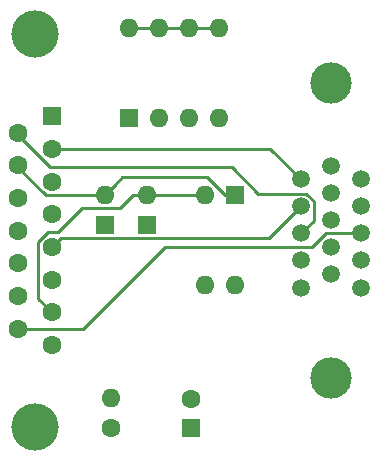
<source format=gbr>
G04 #@! TF.GenerationSoftware,KiCad,Pcbnew,5.0.2+dfsg1-1~bpo9+1*
G04 #@! TF.CreationDate,2021-10-31T12:26:06+01:00*
G04 #@! TF.ProjectId,MAC-VGA,4d41432d-5647-4412-9e6b-696361645f70,rev?*
G04 #@! TF.SameCoordinates,Original*
G04 #@! TF.FileFunction,Copper,L1,Top*
G04 #@! TF.FilePolarity,Positive*
%FSLAX46Y46*%
G04 Gerber Fmt 4.6, Leading zero omitted, Abs format (unit mm)*
G04 Created by KiCad (PCBNEW 5.0.2+dfsg1-1~bpo9+1) date Sun Oct 31 12:26:06 2021*
%MOMM*%
%LPD*%
G01*
G04 APERTURE LIST*
G04 #@! TA.AperFunction,ComponentPad*
%ADD10O,1.600000X1.600000*%
G04 #@! TD*
G04 #@! TA.AperFunction,ComponentPad*
%ADD11R,1.600000X1.600000*%
G04 #@! TD*
G04 #@! TA.AperFunction,ComponentPad*
%ADD12C,1.600000*%
G04 #@! TD*
G04 #@! TA.AperFunction,ComponentPad*
%ADD13C,4.000000*%
G04 #@! TD*
G04 #@! TA.AperFunction,ComponentPad*
%ADD14C,1.500000*%
G04 #@! TD*
G04 #@! TA.AperFunction,ComponentPad*
%ADD15C,3.500000*%
G04 #@! TD*
G04 #@! TA.AperFunction,Conductor*
%ADD16C,0.250000*%
G04 #@! TD*
G04 APERTURE END LIST*
D10*
G04 #@! TO.P,D2,2*
G04 #@! TO.N,MAC_ID3*
X114500000Y-116960000D03*
D11*
G04 #@! TO.P,D2,1*
G04 #@! TO.N,Net-(D2-Pad1)*
X114500000Y-119500000D03*
G04 #@! TD*
D10*
G04 #@! TO.P,D1,2*
G04 #@! TO.N,MAC_ID2*
X118000000Y-116960000D03*
D11*
G04 #@! TO.P,D1,1*
G04 #@! TO.N,Net-(D1-Pad1)*
X118000000Y-119500000D03*
G04 #@! TD*
G04 #@! TO.P,SW2,1*
G04 #@! TO.N,MAC_ID3*
X125500000Y-117000000D03*
D10*
G04 #@! TO.P,SW2,3*
G04 #@! TO.N,Net-(D2-Pad1)*
X122960000Y-124620000D03*
G04 #@! TO.P,SW2,2*
G04 #@! TO.N,MAC_ID2*
X122960000Y-117000000D03*
G04 #@! TO.P,SW2,4*
G04 #@! TO.N,Net-(D1-Pad1)*
X125500000Y-124620000D03*
G04 #@! TD*
D11*
G04 #@! TO.P,SW1,1*
G04 #@! TO.N,GND*
X116500000Y-110500000D03*
D10*
G04 #@! TO.P,SW1,5*
G04 #@! TO.N,Net-(SW1-Pad5)*
X124120000Y-102880000D03*
G04 #@! TO.P,SW1,2*
G04 #@! TO.N,MAC_ID1*
X119040000Y-110500000D03*
G04 #@! TO.P,SW1,6*
G04 #@! TO.N,Net-(SW1-Pad5)*
X121580000Y-102880000D03*
G04 #@! TO.P,SW1,3*
G04 #@! TO.N,MAC_ID2*
X121580000Y-110500000D03*
G04 #@! TO.P,SW1,7*
G04 #@! TO.N,Net-(SW1-Pad5)*
X119040000Y-102880000D03*
G04 #@! TO.P,SW1,4*
G04 #@! TO.N,MAC_ID3*
X124120000Y-110500000D03*
G04 #@! TO.P,SW1,8*
G04 #@! TO.N,Net-(SW1-Pad5)*
X116500000Y-102880000D03*
G04 #@! TD*
D11*
G04 #@! TO.P,J2,1*
G04 #@! TO.N,GND*
X110000000Y-110330000D03*
D12*
G04 #@! TO.P,J2,2*
G04 #@! TO.N,MAC_R*
X110000000Y-113100000D03*
G04 #@! TO.P,J2,3*
G04 #@! TO.N,MAC_CS*
X110000000Y-115870000D03*
G04 #@! TO.P,J2,4*
G04 #@! TO.N,MAC_ID1*
X110000000Y-118640000D03*
G04 #@! TO.P,J2,5*
G04 #@! TO.N,MAC_G*
X110000000Y-121410000D03*
G04 #@! TO.P,J2,6*
G04 #@! TO.N,GND*
X110000000Y-124180000D03*
G04 #@! TO.P,J2,7*
G04 #@! TO.N,MAC_ID2*
X110000000Y-126950000D03*
G04 #@! TO.P,J2,8*
G04 #@! TO.N,Net-(J2-Pad8)*
X110000000Y-129720000D03*
G04 #@! TO.P,J2,9*
G04 #@! TO.N,MAC_B*
X107160000Y-111715000D03*
G04 #@! TO.P,J2,10*
G04 #@! TO.N,MAC_ID3*
X107160000Y-114485000D03*
G04 #@! TO.P,J2,11*
G04 #@! TO.N,GND*
X107160000Y-117255000D03*
G04 #@! TO.P,J2,12*
G04 #@! TO.N,MAC_VS*
X107160000Y-120025000D03*
G04 #@! TO.P,J2,13*
G04 #@! TO.N,GND*
X107160000Y-122795000D03*
G04 #@! TO.P,J2,14*
X107160000Y-125565000D03*
G04 #@! TO.P,J2,15*
G04 #@! TO.N,MAC_HS*
X107160000Y-128335000D03*
D13*
G04 #@! TO.P,J2,0*
G04 #@! TO.N,Net-(C3-Pad1)*
X108580000Y-103375000D03*
X108580000Y-136675000D03*
G04 #@! TD*
D11*
G04 #@! TO.P,C3,1*
G04 #@! TO.N,Net-(C3-Pad1)*
X121750000Y-136750000D03*
D12*
G04 #@! TO.P,C3,2*
G04 #@! TO.N,GND*
X121750000Y-134250000D03*
G04 #@! TD*
D14*
G04 #@! TO.P,J1,15*
G04 #@! TO.N,Net-(J1-Pad15)*
X136140000Y-124835000D03*
G04 #@! TO.P,J1,14*
G04 #@! TO.N,MAC_VS*
X136140000Y-122545000D03*
G04 #@! TO.P,J1,13*
G04 #@! TO.N,MAC_HS*
X136140000Y-120251000D03*
G04 #@! TO.P,J1,12*
G04 #@! TO.N,Net-(J1-Pad12)*
X136140000Y-117965000D03*
G04 #@! TO.P,J1,11*
G04 #@! TO.N,Net-(J1-Pad11)*
X136140000Y-115675000D03*
G04 #@! TO.P,J1,10*
G04 #@! TO.N,GND*
X133600000Y-123695000D03*
G04 #@! TO.P,J1,9*
G04 #@! TO.N,Net-(J1-Pad9)*
X133600000Y-121405000D03*
G04 #@! TO.P,J1,8*
G04 #@! TO.N,GND*
X133600000Y-119115000D03*
G04 #@! TO.P,J1,7*
X133600000Y-116825000D03*
G04 #@! TO.P,J1,6*
X133600000Y-114535000D03*
G04 #@! TO.P,J1,5*
X131060000Y-124835000D03*
G04 #@! TO.P,J1,4*
G04 #@! TO.N,Net-(J1-Pad4)*
X131060000Y-122545000D03*
G04 #@! TO.P,J1,3*
G04 #@! TO.N,MAC_B*
X131060000Y-120255000D03*
G04 #@! TO.P,J1,2*
G04 #@! TO.N,MAC_G*
X131060000Y-117965000D03*
G04 #@! TO.P,J1,1*
G04 #@! TO.N,MAC_R*
X131060000Y-115675000D03*
D15*
G04 #@! TO.P,J1,0*
G04 #@! TO.N,Net-(C3-Pad1)*
X133600000Y-107505000D03*
X133600000Y-132505000D03*
G04 #@! TD*
D12*
G04 #@! TO.P,R9,1*
G04 #@! TO.N,Net-(C3-Pad1)*
X115000000Y-136750000D03*
D10*
G04 #@! TO.P,R9,2*
G04 #@! TO.N,GND*
X115000000Y-134210000D03*
G04 #@! TD*
D16*
G04 #@! TO.N,MAC_HS*
X107160000Y-128335000D02*
X112631900Y-128335000D01*
X112631900Y-128335000D02*
X119566900Y-121400000D01*
X119566900Y-121400000D02*
X132031200Y-121400000D01*
X132031200Y-121400000D02*
X133180200Y-120251000D01*
X133180200Y-120251000D02*
X136140000Y-120251000D01*
G04 #@! TO.N,MAC_B*
X131060000Y-120255000D02*
X132143000Y-119172000D01*
X132143000Y-119172000D02*
X132143000Y-117506300D01*
X132143000Y-117506300D02*
X131526300Y-116889600D01*
X131526300Y-116889600D02*
X127449700Y-116889600D01*
X127449700Y-116889600D02*
X125204400Y-114644300D01*
X125204400Y-114644300D02*
X109852200Y-114644300D01*
X109852200Y-114644300D02*
X107160000Y-111952100D01*
X107160000Y-111952100D02*
X107160000Y-111715000D01*
G04 #@! TO.N,MAC_G*
X131060000Y-117965000D02*
X128372800Y-120652200D01*
X128372800Y-120652200D02*
X110757800Y-120652200D01*
X110757800Y-120652200D02*
X110000000Y-121410000D01*
G04 #@! TO.N,MAC_R*
X131060000Y-115675000D02*
X128485000Y-113100000D01*
X128485000Y-113100000D02*
X110000000Y-113100000D01*
G04 #@! TO.N,MAC_ID3*
X114500000Y-116960000D02*
X113374700Y-116960000D01*
X107160000Y-114485000D02*
X107160000Y-114695200D01*
X107160000Y-114695200D02*
X109498500Y-117033700D01*
X109498500Y-117033700D02*
X113301000Y-117033700D01*
X113301000Y-117033700D02*
X113374700Y-116960000D01*
X115299999Y-116160001D02*
X114500000Y-116960000D01*
X115960000Y-115500000D02*
X115299999Y-116160001D01*
X123125002Y-115500000D02*
X115960000Y-115500000D01*
X124625002Y-117000000D02*
X123125002Y-115500000D01*
X125500000Y-117000000D02*
X124625002Y-117000000D01*
G04 #@! TO.N,MAC_ID2*
X118000000Y-116960000D02*
X116874700Y-116960000D01*
X110000000Y-126950000D02*
X108853200Y-125803200D01*
X108853200Y-125803200D02*
X108853200Y-120942800D01*
X108853200Y-120942800D02*
X109666600Y-120129400D01*
X109666600Y-120129400D02*
X110495200Y-120129400D01*
X110495200Y-120129400D02*
X112539300Y-118085300D01*
X112539300Y-118085300D02*
X115749400Y-118085300D01*
X115749400Y-118085300D02*
X116874700Y-116960000D01*
X118000000Y-116960000D02*
X119125300Y-116960000D01*
X122960000Y-117000000D02*
X119165300Y-117000000D01*
X119165300Y-117000000D02*
X119125300Y-116960000D01*
G04 #@! TO.N,Net-(SW1-Pad5)*
X121580000Y-102880000D02*
X124120000Y-102880000D01*
X119040000Y-102880000D02*
X121580000Y-102880000D01*
X116500000Y-102880000D02*
X119040000Y-102880000D01*
G04 #@! TD*
M02*

</source>
